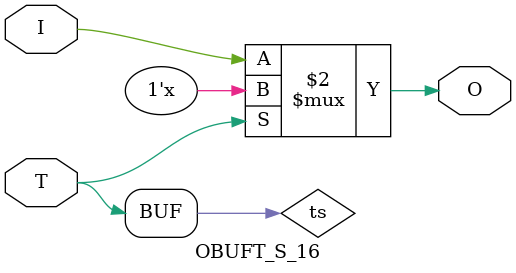
<source format=v>

/*

FUNCTION	: TRI-STATE OUTPUT BUFFER

*/

`celldefine
`timescale  100 ps / 10 ps

module OBUFT_S_16 (O, I, T);

    output O;

    input  I, T;

    or O1 (ts, 1'b0, T);
    bufif0 T1 (O, I, ts);

endmodule

</source>
